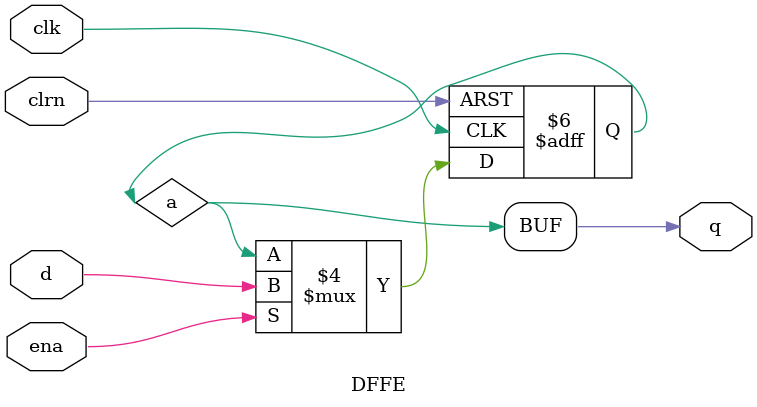
<source format=v>
module DFFE (
				input d, 
				input clk, 
				input clrn, 
				//.prn(<active_low_preset>), 
				input ena, 
				output q
				);
	reg a;
	
	assign q=a;
	
	always @(posedge clk or negedge clrn)
		begin
			if(~clrn)
				begin
					a<=1'b0;
				end
			else
				begin
					if(ena)
						begin
							a<=d;
						end
					else	
						begin
							a<=a;
						end
				end
		end
	
endmodule

</source>
